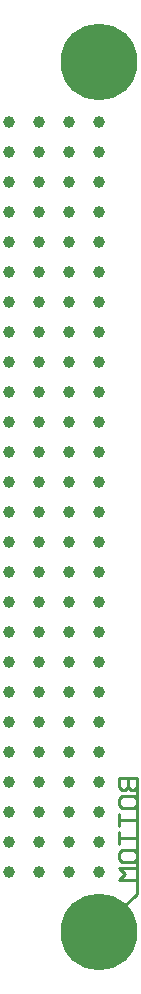
<source format=gbl>
G04 Layer_Physical_Order=2*
G04 Layer_Color=16711680*
%FSAX25Y25*%
%MOIN*%
G70*
G01*
G75*
%ADD10C,0.01000*%
%ADD11C,0.25590*%
%ADD12C,0.03937*%
D10*
X0578000Y0169500D02*
Y0208000D01*
X0567300Y0158800D02*
X0578000Y0169500D01*
X0572002Y0208000D02*
X0578000D01*
Y0205001D01*
X0577000Y0204001D01*
X0576001D01*
X0575001Y0205001D01*
Y0208000D01*
Y0205001D01*
X0574001Y0204001D01*
X0573002D01*
X0572002Y0205001D01*
Y0208000D01*
Y0199003D02*
Y0201002D01*
X0573002Y0202002D01*
X0577000D01*
X0578000Y0201002D01*
Y0199003D01*
X0577000Y0198003D01*
X0573002D01*
X0572002Y0199003D01*
Y0196004D02*
Y0192005D01*
Y0194004D01*
X0578000D01*
X0572002Y0190006D02*
Y0186007D01*
Y0188006D01*
X0578000D01*
X0572002Y0181009D02*
Y0183008D01*
X0573002Y0184008D01*
X0577000D01*
X0578000Y0183008D01*
Y0181009D01*
X0577000Y0180009D01*
X0573002D01*
X0572002Y0181009D01*
X0578000Y0178010D02*
X0572002D01*
X0574001Y0176010D01*
X0572002Y0174011D01*
X0578000D01*
D11*
X0565354Y0156728D02*
D03*
X0565484Y0446728D02*
D03*
D12*
X0535579Y0176736D02*
D03*
X0545579D02*
D03*
X0535579Y0226736D02*
D03*
X0545579D02*
D03*
Y0216736D02*
D03*
X0535579D02*
D03*
X0545579Y0206736D02*
D03*
X0535579D02*
D03*
X0545579Y0196736D02*
D03*
X0535579D02*
D03*
X0545579Y0186736D02*
D03*
X0535579D02*
D03*
Y0276736D02*
D03*
X0545579D02*
D03*
Y0266736D02*
D03*
X0535579D02*
D03*
X0545579Y0256736D02*
D03*
X0535579D02*
D03*
X0545579Y0246736D02*
D03*
X0535579D02*
D03*
X0545579Y0236736D02*
D03*
X0535579D02*
D03*
Y0326736D02*
D03*
X0545579D02*
D03*
Y0316736D02*
D03*
X0535579D02*
D03*
X0545579Y0306736D02*
D03*
X0535579D02*
D03*
X0545579Y0296736D02*
D03*
X0535579D02*
D03*
X0545579Y0286736D02*
D03*
X0535579D02*
D03*
Y0376736D02*
D03*
X0545579D02*
D03*
Y0366736D02*
D03*
X0535579D02*
D03*
X0545579Y0356736D02*
D03*
X0535579D02*
D03*
X0545579Y0346736D02*
D03*
X0535579D02*
D03*
X0545579Y0336736D02*
D03*
X0535579D02*
D03*
Y0386736D02*
D03*
X0545579D02*
D03*
X0535579Y0396736D02*
D03*
X0545579D02*
D03*
X0535579Y0406736D02*
D03*
X0545579D02*
D03*
X0535579Y0416736D02*
D03*
X0545579D02*
D03*
Y0426736D02*
D03*
X0535579D02*
D03*
X0555579Y0176736D02*
D03*
X0565579D02*
D03*
X0555579Y0226736D02*
D03*
X0565579D02*
D03*
Y0216736D02*
D03*
X0555579D02*
D03*
X0565579Y0206736D02*
D03*
X0555579D02*
D03*
X0565579Y0196736D02*
D03*
X0555579D02*
D03*
X0565579Y0186736D02*
D03*
X0555579D02*
D03*
Y0276736D02*
D03*
X0565579D02*
D03*
Y0266736D02*
D03*
X0555579D02*
D03*
X0565579Y0256736D02*
D03*
X0555579D02*
D03*
X0565579Y0246736D02*
D03*
X0555579D02*
D03*
X0565579Y0236736D02*
D03*
X0555579D02*
D03*
Y0326736D02*
D03*
X0565579D02*
D03*
Y0316736D02*
D03*
X0555579D02*
D03*
X0565579Y0306736D02*
D03*
X0555579D02*
D03*
X0565579Y0296736D02*
D03*
X0555579D02*
D03*
X0565579Y0286736D02*
D03*
X0555579D02*
D03*
Y0376736D02*
D03*
X0565579D02*
D03*
Y0366736D02*
D03*
X0555579D02*
D03*
X0565579Y0356736D02*
D03*
X0555579D02*
D03*
X0565579Y0346736D02*
D03*
X0555579D02*
D03*
X0565579Y0336736D02*
D03*
X0555579D02*
D03*
Y0386736D02*
D03*
X0565579D02*
D03*
X0555579Y0396736D02*
D03*
X0565579D02*
D03*
X0555579Y0406736D02*
D03*
X0565579D02*
D03*
X0555579Y0416736D02*
D03*
X0565579D02*
D03*
Y0426736D02*
D03*
X0555579D02*
D03*
M02*

</source>
